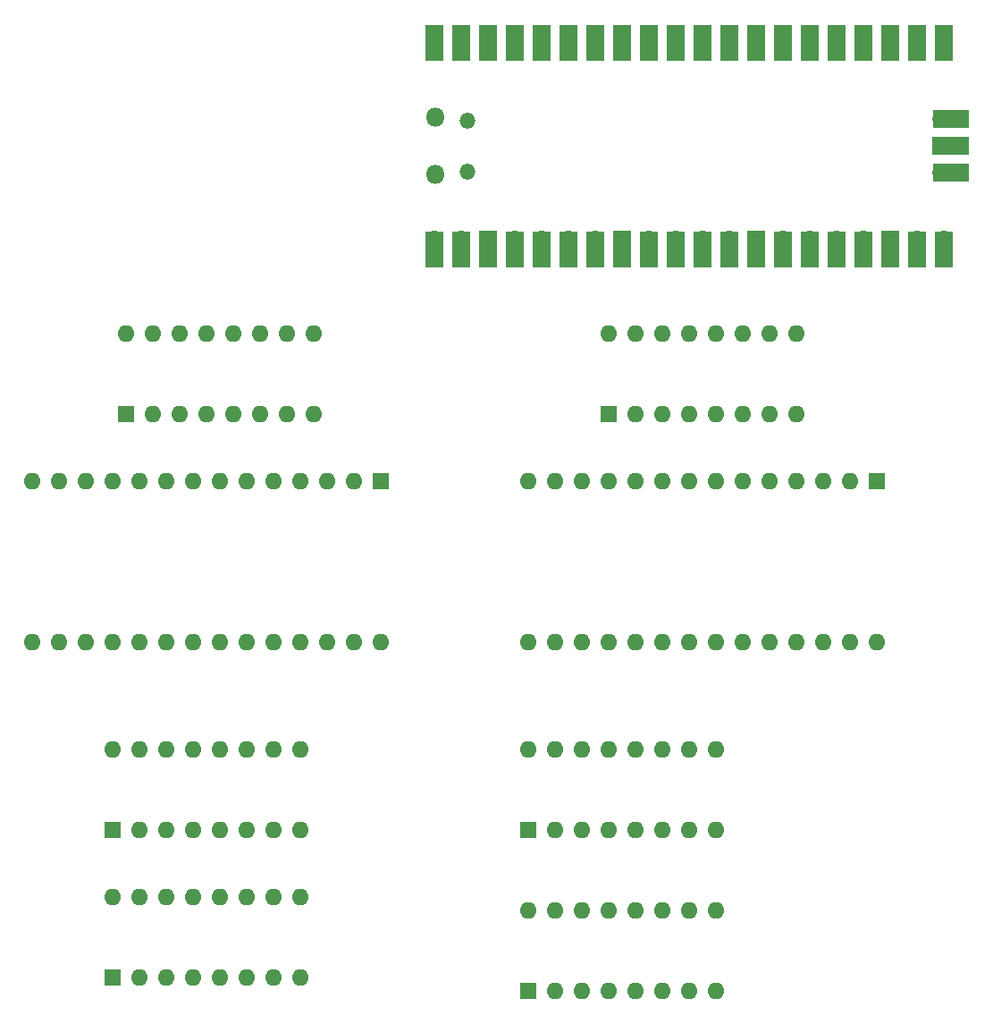
<source format=gbr>
%TF.GenerationSoftware,KiCad,Pcbnew,5.1.10*%
%TF.CreationDate,2021-08-11T14:36:07-04:00*%
%TF.ProjectId,TestSchematic,54657374-5363-4686-956d-617469632e6b,rev?*%
%TF.SameCoordinates,Original*%
%TF.FileFunction,Soldermask,Top*%
%TF.FilePolarity,Negative*%
%FSLAX46Y46*%
G04 Gerber Fmt 4.6, Leading zero omitted, Abs format (unit mm)*
G04 Created by KiCad (PCBNEW 5.1.10) date 2021-08-11 14:36:07*
%MOMM*%
%LPD*%
G01*
G04 APERTURE LIST*
%ADD10O,1.700000X1.700000*%
%ADD11R,1.700000X1.700000*%
%ADD12R,1.700000X3.500000*%
%ADD13O,1.800000X1.800000*%
%ADD14O,1.500000X1.500000*%
%ADD15R,3.500000X1.700000*%
%ADD16R,1.600000X1.600000*%
%ADD17O,1.600000X1.600000*%
G04 APERTURE END LIST*
D10*
%TO.C,U9*%
X95250000Y-87630000D03*
X97790000Y-87630000D03*
D11*
X100330000Y-87630000D03*
D10*
X102870000Y-87630000D03*
X105410000Y-87630000D03*
X107950000Y-87630000D03*
X110490000Y-87630000D03*
D11*
X113030000Y-87630000D03*
D10*
X115570000Y-87630000D03*
X118110000Y-87630000D03*
X120650000Y-87630000D03*
X123190000Y-87630000D03*
D11*
X125730000Y-87630000D03*
D10*
X128270000Y-87630000D03*
X130810000Y-87630000D03*
X133350000Y-87630000D03*
X135890000Y-87630000D03*
D11*
X138430000Y-87630000D03*
D10*
X140970000Y-87630000D03*
X143510000Y-87630000D03*
X143510000Y-69850000D03*
X140970000Y-69850000D03*
D11*
X138430000Y-69850000D03*
D10*
X135890000Y-69850000D03*
X133350000Y-69850000D03*
X130810000Y-69850000D03*
X128270000Y-69850000D03*
D11*
X125730000Y-69850000D03*
D10*
X123190000Y-69850000D03*
X120650000Y-69850000D03*
X118110000Y-69850000D03*
X115570000Y-69850000D03*
D11*
X113030000Y-69850000D03*
D10*
X110490000Y-69850000D03*
X107950000Y-69850000D03*
X105410000Y-69850000D03*
X102870000Y-69850000D03*
D11*
X100330000Y-69850000D03*
D10*
X97790000Y-69850000D03*
X95250000Y-69850000D03*
D12*
X95250000Y-88530000D03*
X97790000Y-88530000D03*
X100330000Y-88530000D03*
X102870000Y-88530000D03*
X105410000Y-88530000D03*
X107950000Y-88530000D03*
X110490000Y-88530000D03*
X113030000Y-88530000D03*
X115570000Y-88530000D03*
X118110000Y-88530000D03*
X120650000Y-88530000D03*
X123190000Y-88530000D03*
X125730000Y-88530000D03*
X128270000Y-88530000D03*
X130810000Y-88530000D03*
X133350000Y-88530000D03*
X135890000Y-88530000D03*
X138430000Y-88530000D03*
X140970000Y-88530000D03*
X143510000Y-88530000D03*
X95250000Y-68950000D03*
X97790000Y-68950000D03*
X100330000Y-68950000D03*
X102870000Y-68950000D03*
X105410000Y-68950000D03*
X107950000Y-68950000D03*
X110490000Y-68950000D03*
X113030000Y-68950000D03*
X115570000Y-68950000D03*
X118110000Y-68950000D03*
X120650000Y-68950000D03*
X123190000Y-68950000D03*
X125730000Y-68950000D03*
X128270000Y-68950000D03*
X130810000Y-68950000D03*
X133350000Y-68950000D03*
X135890000Y-68950000D03*
X138430000Y-68950000D03*
X140970000Y-68950000D03*
X143510000Y-68950000D03*
D13*
X95380000Y-81465000D03*
X95380000Y-76015000D03*
D14*
X98410000Y-81165000D03*
X98410000Y-76315000D03*
D15*
X144180000Y-81280000D03*
D10*
X143280000Y-81280000D03*
D15*
X144180000Y-78740000D03*
D11*
X143280000Y-78740000D03*
D15*
X144180000Y-76200000D03*
D10*
X143280000Y-76200000D03*
%TD*%
D16*
%TO.C,U8*%
X111760000Y-104140000D03*
D17*
X129540000Y-96520000D03*
X114300000Y-104140000D03*
X127000000Y-96520000D03*
X116840000Y-104140000D03*
X124460000Y-96520000D03*
X119380000Y-104140000D03*
X121920000Y-96520000D03*
X121920000Y-104140000D03*
X119380000Y-96520000D03*
X124460000Y-104140000D03*
X116840000Y-96520000D03*
X127000000Y-104140000D03*
X114300000Y-96520000D03*
X129540000Y-104140000D03*
X111760000Y-96520000D03*
%TD*%
D16*
%TO.C,U7*%
X66040000Y-104140000D03*
D17*
X83820000Y-96520000D03*
X68580000Y-104140000D03*
X81280000Y-96520000D03*
X71120000Y-104140000D03*
X78740000Y-96520000D03*
X73660000Y-104140000D03*
X76200000Y-96520000D03*
X76200000Y-104140000D03*
X73660000Y-96520000D03*
X78740000Y-104140000D03*
X71120000Y-96520000D03*
X81280000Y-104140000D03*
X68580000Y-96520000D03*
X83820000Y-104140000D03*
X66040000Y-96520000D03*
%TD*%
%TO.C,U6*%
X137160000Y-125730000D03*
X104140000Y-110490000D03*
X134620000Y-125730000D03*
X106680000Y-110490000D03*
X132080000Y-125730000D03*
X109220000Y-110490000D03*
X129540000Y-125730000D03*
X111760000Y-110490000D03*
X127000000Y-125730000D03*
X114300000Y-110490000D03*
X124460000Y-125730000D03*
X116840000Y-110490000D03*
X121920000Y-125730000D03*
X119380000Y-110490000D03*
X119380000Y-125730000D03*
X121920000Y-110490000D03*
X116840000Y-125730000D03*
X124460000Y-110490000D03*
X114300000Y-125730000D03*
X127000000Y-110490000D03*
X111760000Y-125730000D03*
X129540000Y-110490000D03*
X109220000Y-125730000D03*
X132080000Y-110490000D03*
X106680000Y-125730000D03*
X134620000Y-110490000D03*
X104140000Y-125730000D03*
D16*
X137160000Y-110490000D03*
%TD*%
D17*
%TO.C,U5*%
X90170000Y-125730000D03*
X57150000Y-110490000D03*
X87630000Y-125730000D03*
X59690000Y-110490000D03*
X85090000Y-125730000D03*
X62230000Y-110490000D03*
X82550000Y-125730000D03*
X64770000Y-110490000D03*
X80010000Y-125730000D03*
X67310000Y-110490000D03*
X77470000Y-125730000D03*
X69850000Y-110490000D03*
X74930000Y-125730000D03*
X72390000Y-110490000D03*
X72390000Y-125730000D03*
X74930000Y-110490000D03*
X69850000Y-125730000D03*
X77470000Y-110490000D03*
X67310000Y-125730000D03*
X80010000Y-110490000D03*
X64770000Y-125730000D03*
X82550000Y-110490000D03*
X62230000Y-125730000D03*
X85090000Y-110490000D03*
X59690000Y-125730000D03*
X87630000Y-110490000D03*
X57150000Y-125730000D03*
D16*
X90170000Y-110490000D03*
%TD*%
D17*
%TO.C,U4*%
X104140000Y-135890000D03*
X121920000Y-143510000D03*
X106680000Y-135890000D03*
X119380000Y-143510000D03*
X109220000Y-135890000D03*
X116840000Y-143510000D03*
X111760000Y-135890000D03*
X114300000Y-143510000D03*
X114300000Y-135890000D03*
X111760000Y-143510000D03*
X116840000Y-135890000D03*
X109220000Y-143510000D03*
X119380000Y-135890000D03*
X106680000Y-143510000D03*
X121920000Y-135890000D03*
D16*
X104140000Y-143510000D03*
%TD*%
D17*
%TO.C,U3*%
X64770000Y-135890000D03*
X82550000Y-143510000D03*
X67310000Y-135890000D03*
X80010000Y-143510000D03*
X69850000Y-135890000D03*
X77470000Y-143510000D03*
X72390000Y-135890000D03*
X74930000Y-143510000D03*
X74930000Y-135890000D03*
X72390000Y-143510000D03*
X77470000Y-135890000D03*
X69850000Y-143510000D03*
X80010000Y-135890000D03*
X67310000Y-143510000D03*
X82550000Y-135890000D03*
D16*
X64770000Y-143510000D03*
%TD*%
%TO.C,U2*%
X104140000Y-158750000D03*
D17*
X121920000Y-151130000D03*
X106680000Y-158750000D03*
X119380000Y-151130000D03*
X109220000Y-158750000D03*
X116840000Y-151130000D03*
X111760000Y-158750000D03*
X114300000Y-151130000D03*
X114300000Y-158750000D03*
X111760000Y-151130000D03*
X116840000Y-158750000D03*
X109220000Y-151130000D03*
X119380000Y-158750000D03*
X106680000Y-151130000D03*
X121920000Y-158750000D03*
X104140000Y-151130000D03*
%TD*%
%TO.C,U1*%
X64770000Y-149860000D03*
X82550000Y-157480000D03*
X67310000Y-149860000D03*
X80010000Y-157480000D03*
X69850000Y-149860000D03*
X77470000Y-157480000D03*
X72390000Y-149860000D03*
X74930000Y-157480000D03*
X74930000Y-149860000D03*
X72390000Y-157480000D03*
X77470000Y-149860000D03*
X69850000Y-157480000D03*
X80010000Y-149860000D03*
X67310000Y-157480000D03*
X82550000Y-149860000D03*
D16*
X64770000Y-157480000D03*
%TD*%
M02*

</source>
